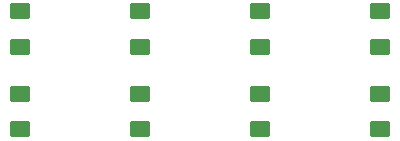
<source format=gtp>
G04 #@! TF.GenerationSoftware,KiCad,Pcbnew,(6.0.1-0)*
G04 #@! TF.CreationDate,2022-08-05T19:05:08-07:00*
G04 #@! TF.ProjectId,kint,6b696e74-2e6b-4696-9361-645f70636258,rev?*
G04 #@! TF.SameCoordinates,Original*
G04 #@! TF.FileFunction,Paste,Top*
G04 #@! TF.FilePolarity,Positive*
%FSLAX46Y46*%
G04 Gerber Fmt 4.6, Leading zero omitted, Abs format (unit mm)*
G04 Created by KiCad (PCBNEW (6.0.1-0)) date 2022-08-05 19:05:08*
%MOMM*%
%LPD*%
G01*
G04 APERTURE LIST*
G04 Aperture macros list*
%AMRoundRect*
0 Rectangle with rounded corners*
0 $1 Rounding radius*
0 $2 $3 $4 $5 $6 $7 $8 $9 X,Y pos of 4 corners*
0 Add a 4 corners polygon primitive as box body*
4,1,4,$2,$3,$4,$5,$6,$7,$8,$9,$2,$3,0*
0 Add four circle primitives for the rounded corners*
1,1,$1+$1,$2,$3*
1,1,$1+$1,$4,$5*
1,1,$1+$1,$6,$7*
1,1,$1+$1,$8,$9*
0 Add four rect primitives between the rounded corners*
20,1,$1+$1,$2,$3,$4,$5,0*
20,1,$1+$1,$4,$5,$6,$7,0*
20,1,$1+$1,$6,$7,$8,$9,0*
20,1,$1+$1,$8,$9,$2,$3,0*%
G04 Aperture macros list end*
%ADD10RoundRect,0.250001X-0.624999X0.462499X-0.624999X-0.462499X0.624999X-0.462499X0.624999X0.462499X0*%
G04 APERTURE END LIST*
D10*
X133251100Y-142516100D03*
X133251100Y-145491100D03*
X143451100Y-142516100D03*
X143451100Y-145491100D03*
X153551100Y-142516100D03*
X153551100Y-145491100D03*
X163751100Y-142516100D03*
X163751100Y-145491100D03*
X143451100Y-135516100D03*
X143451100Y-138491100D03*
X153551100Y-135516100D03*
X153551100Y-138491100D03*
X133251100Y-135516100D03*
X133251100Y-138491100D03*
X163751100Y-135516100D03*
X163751100Y-138491100D03*
M02*

</source>
